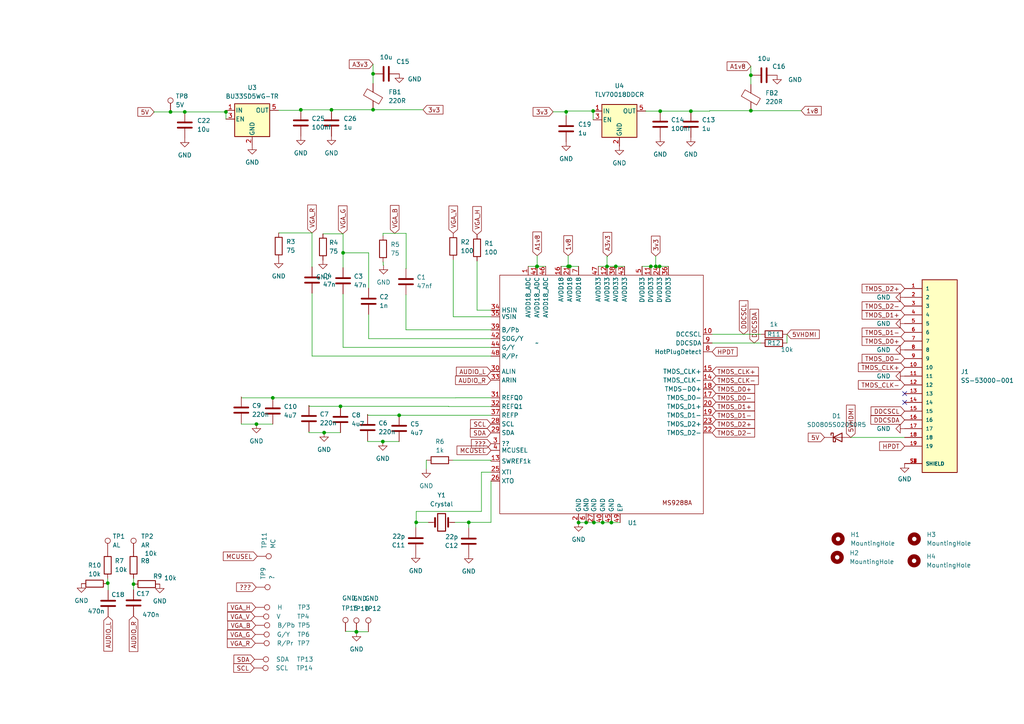
<source format=kicad_sch>
(kicad_sch (version 20231120) (generator "eeschema") (generator_version "8.0")
  (paper "A4")
  (title_block (title "LibreHDMI") (rev "1") (comment 1 "https://github.com/nold360/librehdmi.git") (comment 2 "MS9288A based VGA/YPbPr to HDMI Converter"))
  (lib_symbols
    (symbol "Connector:TestPoint" (pin_numbers hide) (pin_names (offset 0.762) hide)
      (property "Reference" "TP" (at 0 6.858 0))
      (property "Value" "TestPoint" (at 0 5.08 0))
      (symbol "TestPoint_0_1"
        (circle (center 0 3.302) (radius 0.762))
      )
      (symbol "TestPoint_1_1"
        (pin passive line (at 0 0 90) (length 2.54) (name "1") (number "1"))
      )
    )
    (symbol "Device:C" (pin_numbers hide) (pin_names (offset 0.254))
      (property "Reference" "C" (at 0.635 2.54 0))
      (property "Value" "C" (at 0.635 -2.54 0))
      (symbol "C_0_1"
        (polyline (pts (xy -2.032 -0.762) (xy 2.032 -0.762)) (stroke (width 0.508)))
        (polyline (pts (xy -2.032 0.762) (xy 2.032 0.762)) (stroke (width 0.508)))
      )
      (symbol "C_1_1"
        (pin passive line (at 0 3.81 270) (length 2.794) (name "~") (number "1"))
        (pin passive line (at 0 -3.81 90) (length 2.794) (name "~") (number "2"))
      )
    )
    (symbol "Device:Crystal" (pin_numbers hide) (pin_names (offset 1.016) hide)
      (property "Reference" "Y" (at 0 3.81 0))
      (property "Value" "Crystal" (at 0 -3.81 0))
      (symbol "Crystal_0_1"
        (rectangle (start -1.143 2.54) (end 1.143 -2.54) (stroke (width 0.3048)))
        (polyline (pts (xy -2.54 0) (xy -1.905 0)))
        (polyline (pts (xy -1.905 -1.27) (xy -1.905 1.27)) (stroke (width 0.508)))
        (polyline (pts (xy 1.905 -1.27) (xy 1.905 1.27)) (stroke (width 0.508)))
        (polyline (pts (xy 2.54 0) (xy 1.905 0)))
      )
      (symbol "Crystal_1_1"
        (pin passive line (at -3.81 0 0) (length 1.27) (name "1") (number "1"))
        (pin passive line (at 3.81 0 180) (length 1.27) (name "2") (number "2"))
      )
    )
    (symbol "Device:D_Schottky" (pin_numbers hide) (pin_names (offset 1.016) hide)
      (property "Reference" "D" (at 0 2.54 0))
      (property "Value" "D_Schottky" (at 0 -2.54 0))
      (symbol "D_Schottky_0_1"
        (polyline (pts (xy 1.27 0) (xy -1.27 0)))
        (polyline (pts (xy 1.27 1.27) (xy 1.27 -1.27) (xy -1.27 0) (xy 1.27 1.27)) (stroke (width 0.254)))
        (polyline (pts (xy -1.905 0.635) (xy -1.905 1.27) (xy -1.27 1.27) (xy -1.27 -1.27) (xy -0.635 -1.27) (xy -0.635 -0.635)) (stroke (width 0.254)))
      )
      (symbol "D_Schottky_1_1"
        (pin passive line (at -3.81 0 0) (length 2.54) (name "K") (number "1"))
        (pin passive line (at 3.81 0 180) (length 2.54) (name "A") (number "2"))
      )
    )
    (symbol "Device:FerriteBead" (pin_numbers hide) (pin_names (offset 0))
      (property "Reference" "FB" (at -3.81 0.635 90))
      (property "Value" "FerriteBead" (at 3.81 0 90))
      (symbol "FerriteBead_0_1"
        (polyline (pts (xy 0 -1.27) (xy 0 -1.2192)))
        (polyline (pts (xy 0 1.27) (xy 0 1.2954)))
        (polyline (pts (xy -2.7686 0.4064) (xy -1.7018 2.2606) (xy 2.7686 -0.3048) (xy 1.6764 -2.159) (xy -2.7686 0.4064)))
      )
      (symbol "FerriteBead_1_1"
        (pin passive line (at 0 3.81 270) (length 2.54) (name "~") (number "1"))
        (pin passive line (at 0 -3.81 90) (length 2.54) (name "~") (number "2"))
      )
    )
    (symbol "Device:R" (pin_numbers hide) (pin_names (offset 0))
      (property "Reference" "R" (at 2.032 0 90))
      (property "Value" "R" (at 0 0 90))
      (symbol "R_0_1"
        (rectangle (start -1.016 -2.54) (end 1.016 2.54) (stroke (width 0.254)))
      )
      (symbol "R_1_1"
        (pin passive line (at 0 3.81 270) (length 1.27) (name "~") (number "1"))
        (pin passive line (at 0 -3.81 90) (length 1.27) (name "~") (number "2"))
      )
    )
    (symbol "Mechanical:MountingHole" (pin_names (offset 1.016))
      (property "Reference" "H" (at 0 5.08 0))
      (property "Value" "MountingHole" (at 0 3.175 0))
      (symbol "MountingHole_0_1"
        (circle (center 0 0) (radius 1.27) (stroke (width 1.27)))
      )
    )
    (symbol "Regulator_Linear:TLV70012_SOT23-5" (pin_names (offset 0.254))
      (property "Reference" "U" (at -3.81 5.715 0))
      (property "Value" "TLV70012_SOT23-5" (at 0 5.715 0))
      (symbol "TLV70012_SOT23-5_0_1"
        (rectangle (start -5.08 4.445) (end 5.08 -5.08) (stroke (width 0.254)) (fill (type background)))
      )
      (symbol "TLV70012_SOT23-5_1_1"
        (pin power_in line (at -7.62 2.54 0) (length 2.54) (name "IN") (number "1"))
        (pin power_in line (at 0 -7.62 90) (length 2.54) (name "GND") (number "2"))
        (pin input line (at -7.62 0 0) (length 2.54) (name "EN") (number "3"))
        (pin no_connect line (at 5.08 0 180) (length 2.54) hide (name "NC") (number "4"))
        (pin power_out line (at 7.62 2.54 180) (length 2.54) (name "OUT") (number "5"))
      )
    )
    (symbol "SS-53000-001:SS-53000-001" (pin_names (offset 1.016))
      (property "Reference" "J" (at -5.08 29.21 0))
      (property "Value" "SS-53000-001" (at -5.08 -30.48 0))
      (symbol "SS-53000-001_0_0"
        (rectangle (start -5.08 -27.94) (end 5.08 27.94) (stroke (width 0.254)) (fill (type background)))
        (pin passive line (at -10.16 25.4 0) (length 5.08) (name "1") (number "1"))
        (pin passive line (at -10.16 2.54 0) (length 5.08) (name "10") (number "10"))
        (pin passive line (at -10.16 0 0) (length 5.08) (name "11") (number "11"))
        (pin passive line (at -10.16 -2.54 0) (length 5.08) (name "12") (number "12"))
        (pin passive line (at -10.16 -5.08 0) (length 5.08) (name "13") (number "13"))
        (pin passive line (at -10.16 -7.62 0) (length 5.08) (name "14") (number "14"))
        (pin passive line (at -10.16 -10.16 0) (length 5.08) (name "15") (number "15"))
        (pin passive line (at -10.16 -12.7 0) (length 5.08) (name "16") (number "16"))
        (pin passive line (at -10.16 -15.24 0) (length 5.08) (name "17") (number "17"))
        (pin passive line (at -10.16 -17.78 0) (length 5.08) (name "18") (number "18"))
        (pin passive line (at -10.16 -20.32 0) (length 5.08) (name "19") (number "19"))
        (pin passive line (at -10.16 22.86 0) (length 5.08) (name "2") (number "2"))
        (pin passive line (at -10.16 20.32 0) (length 5.08) (name "3") (number "3"))
        (pin passive line (at -10.16 17.78 0) (length 5.08) (name "4") (number "4"))
        (pin passive line (at -10.16 15.24 0) (length 5.08) (name "5") (number "5"))
        (pin passive line (at -10.16 12.7 0) (length 5.08) (name "6") (number "6"))
        (pin passive line (at -10.16 10.16 0) (length 5.08) (name "7") (number "7"))
        (pin passive line (at -10.16 7.62 0) (length 5.08) (name "8") (number "8"))
        (pin passive line (at -10.16 5.08 0) (length 5.08) (name "9") (number "9"))
        (pin passive line (at -10.16 -25.4 0) (length 5.08) (name "SHIELD") (number "S1"))
        (pin passive line (at -10.16 -25.4 0) (length 5.08) (name "SHIELD") (number "S2"))
        (pin passive line (at -10.16 -25.4 0) (length 5.08) (name "SHIELD") (number "S3"))
        (pin passive line (at -10.16 -25.4 0) (length 5.08) (name "SHIELD") (number "S4"))
      )
    )
    (symbol "nold_custom:MS9288A"
      (property "Reference" "U" (at -10.795 29.21 0))
      (symbol "MS9288A_0_1"
        (rectangle (start -28.575 34.29) (end 30.48 -34.925))
      )
      (symbol "MS9288A_1_1"
        (text "MS9288A" (at 22.86 -31.75 0) (effects (font (size 1.27 1.27))))
        (pin input line (at -20.32 36.83 270) (length 2.54) (name "AVDD18_ADC") (number "1"))
        (pin input line (at 33.02 17.145 180) (length 2.54) (name "DCCSCL") (number "10"))
        (pin input line (at 15.24 36.83 270) (length 2.54) (name "DVDD33") (number "11"))
        (pin input line (at 2.54 36.83 270) (length 2.54) (name "AVDD33") (number "12"))
        (pin input line (at -31.115 -19.685 0) (length 2.54) (name "SWREF1k") (number "13"))
        (pin output line (at 33.02 3.81 180) (length 2.54) (name "TMDS_CLK-") (number "14"))
        (pin output line (at 33.02 6.35 180) (length 2.54) (name "TMDS_CLK+") (number "15"))
        (pin input line (at -10.795 36.83 270) (length 2.54) (name "AVDD18") (number "16"))
        (pin output line (at 33.02 -1.27 180) (length 2.54) (name "TMDS_D0-") (number "17"))
        (pin output line (at 33.02 1.27 180) (length 2.54) (name "TMDS-D0+") (number "18"))
        (pin output line (at 33.02 -6.35 180) (length 2.54) (name "TMDS_D1-") (number "19"))
        (pin input line (at -5.715 -37.465 90) (length 2.54) (name "GND") (number "2"))
        (pin output line (at 33.02 -3.81 180) (length 2.54) (name "TMDS_D1+") (number "20"))
        (pin input line (at -8.255 36.83 270) (length 2.54) (name "AVDD18") (number "21"))
        (pin output line (at 33.02 -11.43 180) (length 2.54) (name "TMDS_D2-") (number "22"))
        (pin output line (at 33.02 -8.89 180) (length 2.54) (name "TMDS_D2+") (number "23"))
        (pin input line (at 17.78 36.83 270) (length 2.54) (name "DVDD33") (number "24"))
        (pin input line (at -31.115 -22.86 0) (length 2.54) (name "XTI") (number "25"))
        (pin input line (at -31.115 -25.4 0) (length 2.54) (name "XTO") (number "26"))
        (pin input line (at -1.27 -37.465 90) (length 2.54) (name "GND") (number "27"))
        (pin input line (at -31.115 -8.89 0) (length 2.54) (name "SCL") (number "28"))
        (pin input line (at -31.115 -11.43 0) (length 2.54) (name "SDA") (number "29"))
        (pin input line (at -31.115 -14.605 0) (length 2.54) (name "??") (number "3"))
        (pin input line (at -31.115 6.35 0) (length 2.54) (name "ALIN") (number "30"))
        (pin input line (at -31.115 -1.27 0) (length 2.54) (name "REFQ0") (number "31"))
        (pin input line (at -31.115 -3.81 0) (length 2.54) (name "REFQ1") (number "32"))
        (pin input line (at -31.115 3.81 0) (length 2.54) (name "ARIN") (number "33"))
        (pin input line (at -31.115 24.13 0) (length 2.54) (name "HSIN") (number "34"))
        (pin input line (at -31.115 22.225 0) (length 2.54) (name "VSIN") (number "35"))
        (pin input line (at 20.32 36.83 270) (length 2.54) (name "DVDD33") (number "36"))
        (pin input line (at -31.115 -6.35 0) (length 2.54) (name "REFP") (number "37"))
        (pin input line (at 5.08 36.83 270) (length 2.54) (name "AVDD33") (number "38"))
        (pin input line (at -31.115 18.415 0) (length 2.54) (name "B/Pb") (number "39"))
        (pin input line (at -31.115 -16.51 0) (length 2.54) (name "MCUSEL") (number "4"))
        (pin input line (at 1.27 -37.465 90) (length 2.54) (name "GND") (number "40"))
        (pin input line (at -17.78 36.83 270) (length 2.54) (name "AVDD18_ADC") (number "41"))
        (pin input line (at -31.115 15.875 0) (length 2.54) (name "SOG/Y") (number "42"))
        (pin input line (at 7.62 36.83 270) (length 2.54) (name "AVDD33") (number "43"))
        (pin input line (at -31.115 13.335 0) (length 2.54) (name "G/Y") (number "44"))
        (pin input line (at 3.81 -37.465 90) (length 2.54) (name "GND") (number "45"))
        (pin input line (at -15.24 36.83 270) (length 2.54) (name "AVDD18_ADC") (number "46"))
        (pin input line (at 0 36.83 270) (length 2.54) (name "AVDD33") (number "47"))
        (pin input line (at -31.115 10.795 0) (length 2.54) (name "R/Pr") (number "48"))
        (pin input line (at 6.35 -37.465 90) (length 2.54) (name "EP") (number "49"))
        (pin input line (at 12.7 36.83 270) (length 2.54) (name "DVDD33") (number "5"))
        (pin input line (at -3.5011 -37.4047 90) (length 2.54) (name "GND") (number "6"))
        (pin input line (at -5.715 36.83 270) (length 2.54) (name "AVDD18") (number "7"))
        (pin input line (at 33.02 12.065 180) (length 2.54) (name "HotPlugDetect") (number "8"))
        (pin input line (at 33.02 14.605 180) (length 2.54) (name "DDCSDA") (number "9"))
      )
    )
    (symbol "power:GND" (power) (pin_names (offset 0))
      (property "Value" "GND" (at 0 -3.81 0))
      (symbol "GND_0_1"
        (polyline (pts (xy 0 0) (xy 0 -1.27) (xy 1.27 -1.27) (xy 0 -2.54) (xy -1.27 -1.27) (xy 0 -1.27)))
      )
      (symbol "GND_1_1"
        (pin power_in line (at 0 0 270) (length 0) hide (name "GND") (number "1"))
      )
    )
  )
  (junction (at 200.3806 32.2326))
  (junction (at 115.7732 120.4468))
  (junction (at 155.7993 77.2668))
  (junction (at 103.378 183.261))
  (junction (at 155.743 77.2668))
  (junction (at 170.0219 151.5618))
  (junction (at 135.9564 151.511))
  (junction (at 167.808 151.5618))
  (junction (at 165.268 77.2668))
  (junction (at 217.7796 21.8186))
  (junction (at 191.303 77.2668))
  (junction (at 172.253 151.5618))
  (junction (at 31.242 169.1308))
  (junction (at 65.532 32.4612))
  (junction (at 177.333 151.5618))
  (junction (at 108.204 31.8262))
  (junction (at 38.735 169.418))
  (junction (at 164.7854 77.2668))
  (junction (at 53.594 32.4612))
  (junction (at 103.378 183.2356))
  (junction (at 191.4906 32.2326))
  (junction (at 190.1854 77.2668))
  (junction (at 164.211 32.4358))
  (junction (at 49.4515 32.4612))
  (junction (at 108.204 21.4122))
  (junction (at 176.063 77.2668))
  (junction (at 217.7796 32.1056))
  (junction (at 94.0134 125.476))
  (junction (at 87.249 31.8516))
  (junction (at 178.603 77.2668))
  (junction (at 172.0342 32.2072))
  (junction (at 99.5074 73.3319))
  (junction (at 111.0314 128.0668))
  (junction (at 79.121 115.3922))
  (junction (at 174.793 151.5618))
  (junction (at 188.763 77.2668))
  (junction (at 96.139 31.8516))
  (junction (at 120.7164 151.511))
  (junction (at 74.3792 123.0122))
  (junction (at 98.7552 117.856))
  (no_connect (at 262.382 114.173))
  (no_connect (at 262.382 116.713))
  (wire (pts (xy 160.4264 32.4358) (xy 164.211 32.4358)))
  (wire (pts (xy 115.7732 128.0668) (xy 111.0314 128.0668)))
  (wire (pts (xy 142.408 133.477) (xy 142.408 133.7818)))
  (wire (pts (xy 217.7796 19.1971) (xy 217.7796 21.8186)))
  (wire (pts (xy 111.0314 128.0668) (xy 106.6292 128.0668)))
  (wire (pts (xy 99.5074 73.3319) (xy 99.5074 67.818)))
  (wire (pts (xy 111.1504 76.962) (xy 111.2422 76.962)))
  (wire (pts (xy 142.408 103.3018) (xy 142.408 103.2764)))
  (wire (pts (xy 228.26 96.9518) (xy 228.26 99.4918)))
  (wire (pts (xy 155.7993 77.2668) (xy 158.283 77.2668)))
  (wire (pts (xy 96.139 31.8262) (xy 108.204 31.8262)))
  (wire (pts (xy 44.704 32.4612) (xy 49.4515 32.4612)))
  (wire (pts (xy 142.408 95.6818) (xy 142.408 95.6564)))
  (wire (pts (xy 111.0996 75.9968) (xy 111.1504 75.9968)))
  (wire (pts (xy 120.7164 148.336) (xy 120.7164 151.511)))
  (wire (pts (xy 135.9564 151.511) (xy 142.408 151.511)))
  (wire (pts (xy 103.378 183.134) (xy 103.378 183.2356)))
  (wire (pts (xy 87.249 32.004) (xy 87.249 31.8516)))
  (wire (pts (xy 164.211 32.4358) (xy 164.211 33.528)))
  (wire (pts (xy 106.6292 120.4468) (xy 106.6292 120.1928)))
  (wire (pts (xy 44.704 32.4612) (xy 44.704 32.5882)))
  (wire (pts (xy 155.7993 74.168) (xy 155.7993 77.2668)))
  (wire (pts (xy 155.743 77.2668) (xy 155.7993 77.2668)))
  (wire (pts (xy 176.063 74.422) (xy 176.063 77.2668)))
  (wire (pts (xy 142.408 100.7618) (xy 99.5074 100.7618)))
  (wire (pts (xy 111.0996 67.691) (xy 117.7954 67.691)))
  (wire (pts (xy 31.242 167.767) (xy 31.242 169.1308)))
  (wire (pts (xy 74.3792 123.0122) (xy 69.977 123.0122)))
  (wire (pts (xy 120.5894 151.511) (xy 120.5894 153.035)))
  (wire (pts (xy 164.7854 77.2668) (xy 165.268 77.2668)))
  (wire (pts (xy 38.735 167.767) (xy 38.735 169.418)))
  (wire (pts (xy 65.532 32.4612) (xy 65.532 34.544)))
  (wire (pts (xy 142.408 91.8718) (xy 131.4606 91.8718)))
  (wire (pts (xy 217.7796 32.1056) (xy 232.3846 32.1056)))
  (wire (pts (xy 90.4904 77.4192) (xy 90.5158 77.4192)))
  (wire (pts (xy 31.242 169.1308) (xy 31.242 169.291)))
  (wire (pts (xy 135.9564 151.511) (xy 131.8924 151.511)))
  (wire (pts (xy 200.3806 32.2326) (xy 191.4906 32.2326)))
  (wire (pts (xy 117.7954 77.8764) (xy 117.7446 77.8764)))
  (wire (pts (xy 187.2996 32.2072) (xy 187.2742 32.2072)))
  (wire (pts (xy 94.0134 125.476) (xy 89.6112 125.476)))
  (wire (pts (xy 115.7732 120.4468) (xy 106.6292 120.4468)))
  (wire (pts (xy 217.7796 21.8186) (xy 217.7796 24.4856)))
  (wire (pts (xy 142.408 98.2218) (xy 106.9242 98.2218)))
  (wire (pts (xy 31.369 171.196) (xy 31.369 169.1308)))
  (wire (pts (xy 108.204 21.4122) (xy 108.204 24.2062)))
  (wire (pts (xy 130.1144 117.9068) (xy 130.1144 117.856)))
  (wire (pts (xy 132.1464 115.3922) (xy 79.121 115.3922)))
  (wire (pts (xy 173.523 77.2668) (xy 176.063 77.2668)))
  (wire (pts (xy 108.204 18.6182) (xy 108.204 21.4122)))
  (wire (pts (xy 142.408 151.511) (xy 142.408 139.4968)))
  (wire (pts (xy 131.3844 133.477) (xy 142.408 133.477)))
  (wire (pts (xy 186.223 77.2668) (xy 188.763 77.2668)))
  (wire (pts (xy 106.9242 98.2218) (xy 106.9242 91.186)))
  (wire (pts (xy 172.0342 32.2072) (xy 172.0342 34.7472)))
  (wire (pts (xy 103.4153 183.388) (xy 103.378 183.388)))
  (wire (pts (xy 139.6394 148.336) (xy 139.6394 136.9568)))
  (wire (pts (xy 65.532 32.004) (xy 65.532 32.4612)))
  (wire (pts (xy 132.1464 115.3668) (xy 132.1464 115.3922)))
  (wire (pts (xy 139.6394 136.9568) (xy 142.408 136.9568)))
  (wire (pts (xy 176.063 77.2668) (xy 178.603 77.2668)))
  (wire (pts (xy 153.203 77.2668) (xy 155.743 77.2668)))
  (wire (pts (xy 135.9564 153.162) (xy 135.9564 151.511)))
  (wire (pts (xy 53.594 32.4612) (xy 65.532 32.4612)))
  (wire (pts (xy 142.408 89.9668) (xy 138.3694 89.9668)))
  (wire (pts (xy 98.7552 117.856) (xy 89.6112 117.856)))
  (wire (pts (xy 103.378 183.2356) (xy 103.378 183.261)))
  (wire (pts (xy 142.408 103.2764) (xy 90.5158 103.2764)))
  (wire (pts (xy 38.735 169.418) (xy 38.735 171.069)))
  (wire (pts (xy 89.6112 117.856) (xy 89.6112 117.602)))
  (wire (pts (xy 90.5158 103.2764) (xy 90.5158 85.0392)))
  (wire (pts (xy 172.253 151.5618) (xy 174.793 151.5618)))
  (wire (pts (xy 79.121 115.3922) (xy 69.977 115.3922)))
  (wire (pts (xy 130.1144 117.856) (xy 98.7552 117.856)))
  (wire (pts (xy 87.249 31.8516) (xy 96.139 31.8516)))
  (wire (pts (xy 120.7164 151.511) (xy 124.2724 151.511)))
  (wire (pts (xy 106.6292 128.0668) (xy 106.6292 127.8128)))
  (wire (pts (xy 79.121 123.0122) (xy 74.3792 123.0122)))
  (wire (pts (xy 142.408 115.3668) (xy 132.1464 115.3668)))
  (wire (pts (xy 172.253 151.5618) (xy 170.0219 151.5618)))
  (wire (pts (xy 123.6374 133.477) (xy 123.7644 133.477)))
  (wire (pts (xy 176.1793 74.295) (xy 176.1793 74.422)))
  (wire (pts (xy 164.211 32.2072) (xy 164.211 32.4358)))
  (wire (pts (xy 103.378 183.388) (xy 103.378 183.261)))
  (wire (pts (xy 69.977 123.0122) (xy 69.977 122.7582)))
  (wire (pts (xy 120.7164 151.511) (xy 120.5894 151.511)))
  (wire (pts (xy 106.9242 83.566) (xy 106.9242 73.3319)))
  (wire (pts (xy 89.6112 125.476) (xy 89.6112 125.222)))
  (wire (pts (xy 49.4515 32.4612) (xy 53.594 32.4612)))
  (wire (pts (xy 176.1793 74.422) (xy 176.063 74.422)))
  (wire (pts (xy 142.408 95.6564) (xy 117.7446 95.6564)))
  (wire (pts (xy 206.543 96.9518) (xy 220.64 96.9518)))
  (wire (pts (xy 80.772 32.004) (xy 87.249 32.004)))
  (wire (pts (xy 205.8416 32.1056) (xy 217.7796 32.1056)))
  (wire (pts (xy 191.303 77.2668) (xy 193.843 77.2668)))
  (wire (pts (xy 111.1504 75.9968) (xy 111.1504 76.962)))
  (wire (pts (xy 100.203 183.134) (xy 103.378 183.134)))
  (wire (pts (xy 142.408 117.9068) (xy 130.1144 117.9068)))
  (wire (pts (xy 164.211 32.2072) (xy 172.0342 32.2072)))
  (wire (pts (xy 178.603 77.2668) (xy 181.143 77.2668)))
  (wire (pts (xy 262.382 126.873) (xy 246.761 126.873)))
  (wire (pts (xy 188.763 77.2668) (xy 190.1854 77.2668)))
  (wire (pts (xy 217.7796 19.1971) (xy 217.7823 19.1971)))
  (wire (pts (xy 31.369 169.1308) (xy 31.242 169.1308)))
  (wire (pts (xy 117.7446 95.6564) (xy 117.7446 85.4964)))
  (wire (pts (xy 115.7732 120.4468) (xy 142.408 120.4468)))
  (wire (pts (xy 111.0996 68.3768) (xy 111.0996 67.691)))
  (wire (pts (xy 99.5074 100.7618) (xy 99.5074 85.2424)))
  (wire (pts (xy 170.0219 151.5618) (xy 170.0219 151.5015)))
  (wire (pts (xy 131.4606 91.8718) (xy 131.4606 75.2856)))
  (wire (pts (xy 190.1854 77.2668) (xy 191.303 77.2668)))
  (wire (pts (xy 177.333 151.5618) (xy 179.873 151.5618)))
  (wire (pts (xy 187.2996 32.2072) (xy 187.2996 32.2326)))
  (wire (pts (xy 162.728 77.2668) (xy 164.7854 77.2668)))
  (wire (pts (xy 123.6374 136.017) (xy 123.6374 133.477)))
  (wire (pts (xy 165.268 77.2668) (xy 167.808 77.2668)))
  (wire (pts (xy 108.204 31.8262) (xy 122.682 31.8262)))
  (wire (pts (xy 120.7164 148.336) (xy 139.6394 148.336)))
  (wire (pts (xy 206.543 99.4918) (xy 220.64 99.4918)))
  (wire (pts (xy 205.8416 32.2326) (xy 200.3806 32.2326)))
  (wire (pts (xy 174.793 151.5618) (xy 177.333 151.5618)))
  (wire (pts (xy 164.7854 74.168) (xy 164.7854 77.2668)))
  (wire (pts (xy 167.808 151.5618) (xy 170.0219 151.5618)))
  (wire (pts (xy 98.7552 125.476) (xy 94.0134 125.476)))
  (wire (pts (xy 138.3694 89.9668) (xy 138.3694 75.692)))
  (wire (pts (xy 187.2996 32.2326) (xy 191.4906 32.2326)))
  (wire (pts (xy 205.8416 32.1056) (xy 205.8416 32.2326)))
  (wire (pts (xy 117.7954 67.691) (xy 117.7954 77.8764)))
  (wire (pts (xy 99.5074 77.6224) (xy 99.5074 73.3319)))
  (wire (pts (xy 90.4904 67.564) (xy 90.4904 77.4192)))
  (wire (pts (xy 90.4904 67.564) (xy 80.8384 67.564)))
  (wire (pts (xy 96.139 31.8262) (xy 96.139 31.8516)))
  (wire (pts (xy 190.1854 74.295) (xy 190.1854 77.2668)))
  (wire (pts (xy 69.977 115.3922) (xy 69.977 115.1382)))
  (wire (pts (xy 99.5074 67.818) (xy 93.6654 67.818)))
  (wire (pts (xy 106.8324 183.2356) (xy 103.378 183.2356)))
  (wire (pts (xy 106.9242 73.3319) (xy 99.5074 73.3319)))
  (global_label "TMDS_D1+" (shape input) (at 206.543 117.9068 0) (property "Intersheetrefs" "${INTERSHEET_REFS}" (effects (hide yes))))
  (global_label "1v8" (shape input) (at 164.7854 74.168 90) (property "Intersheetrefs" "${INTERSHEET_REFS}" (effects (hide yes))))
  (global_label "???" (shape input) (at 74.295 170.307 180) (property "Intersheetrefs" "${INTERSHEET_REFS}" (effects (hide yes))))
  (global_label "TMDS_D1+" (shape input) (at 262.382 91.313 180) (property "Intersheetrefs" "${INTERSHEET_REFS}" (effects (hide yes))))
  (global_label "AUDIO_R" (shape input) (at 142.408 110.2868 180) (property "Intersheetrefs" "${INTERSHEET_REFS}" (effects (hide yes))))
  (global_label "3v3" (shape input) (at 190.1854 74.295 90) (property "Intersheetrefs" "${INTERSHEET_REFS}" (effects (hide yes))))
  (global_label "AUDIO_L" (shape input) (at 142.408 107.7468 180) (property "Intersheetrefs" "${INTERSHEET_REFS}" (effects (hide yes))))
  (global_label "TMDS_CLK-" (shape input) (at 262.382 111.633 180) (property "Intersheetrefs" "${INTERSHEET_REFS}" (effects (hide yes))))
  (global_label "MCUSEL" (shape input) (at 142.408 130.6068 180) (property "Intersheetrefs" "${INTERSHEET_REFS}" (effects (hide yes))))
  (global_label "DDCSCL" (shape input) (at 215.6881 96.9518 90) (property "Intersheetrefs" "${INTERSHEET_REFS}" (effects (hide yes))))
  (global_label "SCL" (shape input) (at 142.408 122.9868 180) (property "Intersheetrefs" "${INTERSHEET_REFS}" (effects (hide yes))))
  (global_label "???" (shape input) (at 142.408 128.7018 180) (property "Intersheetrefs" "${INTERSHEET_REFS}" (effects (hide yes))))
  (global_label "VGA_B" (shape input) (at 114.4802 67.691 90) (property "Intersheetrefs" "${INTERSHEET_REFS}" (effects (hide yes))))
  (global_label "AUDIO_R" (shape input) (at 38.735 178.689 270) (property "Intersheetrefs" "${INTERSHEET_REFS}" (effects (hide yes))))
  (global_label "TMDS_D1-" (shape input) (at 262.382 96.393 180) (property "Intersheetrefs" "${INTERSHEET_REFS}" (effects (hide yes))))
  (global_label "TMDS_D2-" (shape input) (at 262.382 88.773 180) (property "Intersheetrefs" "${INTERSHEET_REFS}" (effects (hide yes))))
  (global_label "A1v8" (shape input) (at 155.7993 74.168 90) (property "Intersheetrefs" "${INTERSHEET_REFS}" (effects (hide yes))))
  (global_label "VGA_H" (shape input) (at 138.3694 68.072 90) (property "Intersheetrefs" "${INTERSHEET_REFS}" (effects (hide yes))))
  (global_label "TMDS_CLK-" (shape input) (at 206.543 110.2868 0) (property "Intersheetrefs" "${INTERSHEET_REFS}" (effects (hide yes))))
  (global_label "VGA_R" (shape input) (at 74.041 186.563 180) (property "Intersheetrefs" "${INTERSHEET_REFS}" (effects (hide yes))))
  (global_label "VGA_G" (shape input) (at 99.4127 67.818 90) (property "Intersheetrefs" "${INTERSHEET_REFS}" (effects (hide yes))))
  (global_label "SDA" (shape input) (at 73.8378 191.2366 180) (property "Intersheetrefs" "${INTERSHEET_REFS}" (effects (hide yes))))
  (global_label "VGA_V" (shape input) (at 73.914 178.816 180) (property "Intersheetrefs" "${INTERSHEET_REFS}" (effects (hide yes))))
  (global_label "A1v8" (shape input) (at 217.7823 19.1971 180) (property "Intersheetrefs" "${INTERSHEET_REFS}" (effects (hide yes))))
  (global_label "TMDS_D1-" (shape input) (at 206.543 120.4468 0) (property "Intersheetrefs" "${INTERSHEET_REFS}" (effects (hide yes))))
  (global_label "TMDS_D0+" (shape input) (at 206.543 112.8268 0) (property "Intersheetrefs" "${INTERSHEET_REFS}" (effects (hide yes))))
  (global_label "1v8" (shape input) (at 232.3846 32.1056 0) (property "Intersheetrefs" "${INTERSHEET_REFS}" (effects (hide yes))))
  (global_label "HPDT" (shape input) (at 262.382 129.413 180) (property "Intersheetrefs" "${INTERSHEET_REFS}" (effects (hide yes))))
  (global_label "VGA_V" (shape input) (at 131.4606 67.6656 90) (property "Intersheetrefs" "${INTERSHEET_REFS}" (effects (hide yes))))
  (global_label "HPDT" (shape input) (at 206.543 102.0318 0) (property "Intersheetrefs" "${INTERSHEET_REFS}" (effects (hide yes))))
  (global_label "SDA" (shape input) (at 142.408 125.5268 180) (property "Intersheetrefs" "${INTERSHEET_REFS}" (effects (hide yes))))
  (global_label "DDCSCL" (shape input) (at 262.382 119.253 180) (property "Intersheetrefs" "${INTERSHEET_REFS}" (effects (hide yes))))
  (global_label "DDCSDA" (shape input) (at 262.382 121.793 180) (property "Intersheetrefs" "${INTERSHEET_REFS}" (effects (hide yes))))
  (global_label "TMDS_D2-" (shape input) (at 206.543 125.5268 0) (property "Intersheetrefs" "${INTERSHEET_REFS}" (effects (hide yes))))
  (global_label "TMDS_D0+" (shape input) (at 262.382 98.933 180) (property "Intersheetrefs" "${INTERSHEET_REFS}" (effects (hide yes))))
  (global_label "A3v3" (shape input) (at 176.1793 74.295 90) (property "Intersheetrefs" "${INTERSHEET_REFS}" (effects (hide yes))))
  (global_label "AUDIO_L" (shape input) (at 31.369 178.816 270) (property "Intersheetrefs" "${INTERSHEET_REFS}" (effects (hide yes))))
  (global_label "TMDS_D0-" (shape input) (at 206.543 115.3668 0) (property "Intersheetrefs" "${INTERSHEET_REFS}" (effects (hide yes))))
  (global_label "DDCSDA" (shape input) (at 218.7522 99.4918 90) (property "Intersheetrefs" "${INTERSHEET_REFS}" (effects (hide yes))))
  (global_label "5V" (shape input) (at 239.141 126.873 180) (property "Intersheetrefs" "${INTERSHEET_REFS}" (effects (hide yes))))
  (global_label "3v3" (shape input) (at 160.4264 32.4358 180) (property "Intersheetrefs" "${INTERSHEET_REFS}" (effects (hide yes))))
  (global_label "5V" (shape input) (at 44.704 32.4612 180) (property "Intersheetrefs" "${INTERSHEET_REFS}" (effects (hide yes))))
  (global_label "TMDS_D0-" (shape input) (at 262.382 104.013 180) (property "Intersheetrefs" "${INTERSHEET_REFS}" (effects (hide yes))))
  (global_label "5VHDMI" (shape input) (at 228.26 96.9518 0) (property "Intersheetrefs" "${INTERSHEET_REFS}" (effects (hide yes))))
  (global_label "VGA_B" (shape input) (at 74.168 181.356 180) (property "Intersheetrefs" "${INTERSHEET_REFS}" (effects (hide yes))))
  (global_label "TMDS_D2+" (shape input) (at 262.382 83.693 180) (property "Intersheetrefs" "${INTERSHEET_REFS}" (effects (hide yes))))
  (global_label "3v3" (shape input) (at 122.682 31.8262 0) (property "Intersheetrefs" "${INTERSHEET_REFS}" (effects (hide yes))))
  (global_label "TMDS_CLK+" (shape input) (at 262.382 106.553 180) (property "Intersheetrefs" "${INTERSHEET_REFS}" (effects (hide yes))))
  (global_label "TMDS_CLK+" (shape input) (at 206.543 107.7468 0) (property "Intersheetrefs" "${INTERSHEET_REFS}" (effects (hide yes))))
  (global_label "VGA_R" (shape input) (at 90.4904 67.564 90) (property "Intersheetrefs" "${INTERSHEET_REFS}" (effects (hide yes))))
  (global_label "TMDS_D2+" (shape input) (at 206.543 122.9868 0) (property "Intersheetrefs" "${INTERSHEET_REFS}" (effects (hide yes))))
  (global_label "5VHDMI" (shape input) (at 246.761 126.873 90) (property "Intersheetrefs" "${INTERSHEET_REFS}" (effects (hide yes))))
  (global_label "MCUSEL" (shape input) (at 74.6252 161.3408 180) (property "Intersheetrefs" "${INTERSHEET_REFS}" (effects (hide yes))))
  (global_label "VGA_H" (shape input) (at 74.168 176.149 180) (property "Intersheetrefs" "${INTERSHEET_REFS}" (effects (hide yes))))
  (global_label "VGA_G" (shape input) (at 74.041 184.023 180) (property "Intersheetrefs" "${INTERSHEET_REFS}" (effects (hide yes))))
  (global_label "A3v3" (shape input) (at 108.204 18.6182 180) (property "Intersheetrefs" "${INTERSHEET_REFS}" (effects (hide yes))))
  (global_label "SCL" (shape input) (at 73.7108 193.7512 180) (property "Intersheetrefs" "${INTERSHEET_REFS}" (effects (hide yes))))
  (symbol (lib_id "Device:R") (at 42.545 169.418 270) (unit 1)
    (property "Reference" "R9" (at 45.72 167.132 90))
    (property "Value" "10k" (at 49.403 167.64 90))
    (property "Footprint" "Resistor_SMD:R_0402_1005Metric" (effects (hide yes)))
  )
  (symbol (lib_id "Device:FerriteBead") (at 108.204 28.0162 0) (unit 1)
    (property "Reference" "FB1" (at 112.649 26.6954 0) (effects (justify left)))
    (property "Value" "220R" (at 112.649 29.2354 0) (effects (justify left)))
    (property "Footprint" "Resistor_SMD:R_0603_1608Metric" (effects (hide yes)))
  )
  (symbol (lib_id "Connector:TestPoint") (at 103.378 183.261 0) (unit 1)
    (property "Reference" "TP10" (at 102.235 176.53 0) (effects (justify left)))
    (property "Value" "GND" (at 102.362 173.609 0) (effects (justify left)))
    (property "Footprint" "000-nold-customs:CasPowerPad 2x1" (effects (hide yes)))
  )
  (symbol (lib_id "Device:C") (at 87.249 35.6616 0) (unit 1)
    (property "Reference" "C25" (at 90.3478 34.3916 0) (effects (justify left)))
    (property "Value" "100nf" (at 90.3478 36.9316 0) (effects (justify left)))
    (property "Footprint" "Capacitor_SMD:C_0402_1005Metric" (effects (hide yes)))
  )
  (symbol (lib_id "Device:C") (at 221.5896 21.8186 90) (unit 1)
    (property "Reference" "C16" (at 225.9076 19.2786 90))
    (property "Value" "10u" (at 221.5896 16.9926 90))
    (property "Footprint" "Capacitor_SMD:C_0603_1608Metric" (effects (hide yes)))
  )
  (symbol (lib_id "Device:C") (at 164.211 37.338 0) (unit 1)
    (property "Reference" "C19" (at 167.64 36.068 0) (effects (justify left)))
    (property "Value" "1u" (at 167.64 38.608 0) (effects (justify left)))
    (property "Footprint" "Capacitor_SMD:C_0402_1005Metric" (effects (hide yes)))
  )
  (symbol (lib_id "Device:FerriteBead") (at 217.7796 28.2956 0) (unit 1)
    (property "Reference" "FB2" (at 221.9706 26.9748 0) (effects (justify left)))
    (property "Value" "220R" (at 221.9706 29.5148 0) (effects (justify left)))
    (property "Footprint" "Resistor_SMD:R_0603_1608Metric" (effects (hide yes)))
  )
  (symbol (lib_id "Connector:TestPoint") (at 31.242 160.147 0) (unit 1)
    (property "Reference" "TP1" (at 32.639 155.575 0) (effects (justify left)))
    (property "Value" "AL" (at 32.639 158.115 0) (effects (justify left)))
    (property "Footprint" "000-nold-customs:CasPowerPad 2x1" (effects (hide yes)))
  )
  (symbol (lib_id "Regulator_Linear:TLV70012_SOT23-5") (at 179.6542 34.7472 0) (unit 1)
    (property "Reference" "U4" (at 179.6542 24.892 0))
    (property "Value" "TLV70018DDCR" (at 179.6542 27.432 0))
    (property "Footprint" "Package_TO_SOT_SMD:SOT-23-5" (effects (hide yes)))
    (property "Datasheet" "http://www.ti.com/lit/ds/symlink/tlv700.pdf" (effects (hide yes)))
  )
  (symbol (lib_id "Connector:TestPoint") (at 74.041 186.563 270) (unit 1)
    (property "Reference" "TP7" (at 86.233 186.563 90) (effects (justify left)))
    (property "Value" "R/Pr" (at 80.264 186.563 90) (effects (justify left)))
    (property "Footprint" "000-nold-customs:CasPowerPad 2x1" (effects (hide yes)))
  )
  (symbol (lib_id "Device:C") (at 200.3806 36.0426 0) (unit 1)
    (property "Reference" "C13" (at 203.5556 34.7726 0) (effects (justify left)))
    (property "Value" "1u" (at 203.5556 37.3126 0) (effects (justify left)))
    (property "Footprint" "Capacitor_SMD:C_0402_1005Metric" (effects (hide yes)))
  )
  (symbol (lib_id "Device:D_Schottky") (at 242.951 126.873 0) (unit 1)
    (property "Reference" "D1" (at 242.6335 120.65 0))
    (property "Value" "SD0805S020S0R5" (at 242.6335 123.19 0))
    (property "Footprint" "Diode_SMD:D_0603_1608Metric" (effects (hide yes)))
  )
  (symbol (lib_id "power:GND") (at 262.382 109.093 270) (unit 1)
    (property "Reference" "#PWR029" (effects (hide yes)))
    (property "Value" "GND" (at 258.318 109.093 90) (effects (justify right)))
  )
  (symbol (lib_id "power:GND") (at 115.824 21.4122 0) (unit 1)
    (property "Reference" "#PWR016" (effects (hide yes)))
    (property "Value" "GND" (at 120.269 22.9362 0))
  )
  (symbol (lib_id "Connector:TestPoint") (at 74.168 181.356 270) (unit 1)
    (property "Reference" "TP5" (at 86.36 181.356 90) (effects (justify left)))
    (property "Value" "B/Pb" (at 80.391 181.356 90) (effects (justify left)))
    (property "Footprint" "000-nold-customs:CasPowerPad 2x1" (effects (hide yes)))
  )
  (symbol (lib_id "Device:R") (at 127.5744 133.477 90) (unit 1)
    (property "Reference" "R6" (at 127.5744 128.0668 90))
    (property "Value" "1k" (at 127.5744 130.6068 90))
    (property "Footprint" "Resistor_SMD:R_0402_1005Metric" (effects (hide yes)))
  )
  (symbol (lib_id "Device:R") (at 138.3694 71.882 180) (unit 1)
    (property "Reference" "R1" (at 140.4693 70.612 0) (effects (justify right)))
    (property "Value" "100" (at 140.4693 73.152 0) (effects (justify right)))
    (property "Footprint" "Resistor_SMD:R_0402_1005Metric" (effects (hide yes)))
  )
  (symbol (lib_id "Device:C") (at 53.594 36.2712 0) (unit 1)
    (property "Reference" "C22" (at 57.15 35.0012 0) (effects (justify left)))
    (property "Value" "10u" (at 57.15 37.5412 0) (effects (justify left)))
    (property "Footprint" "Capacitor_SMD:C_0402_1005Metric" (effects (hide yes)))
  )
  (symbol (lib_id "power:GND") (at 135.9564 160.782 0) (unit 1)
    (property "Reference" "#PWR08" (effects (hide yes)))
    (property "Value" "GND" (at 135.9564 165.6982 0))
  )
  (symbol (lib_id "power:GND") (at 73.152 42.164 0) (unit 1)
    (property "Reference" "#PWR020" (effects (hide yes)))
    (property "Value" "GND" (at 73.152 47.0802 0))
  )
  (symbol (lib_id "Device:C") (at 117.7446 81.6864 0) (unit 1)
    (property "Reference" "C1" (at 120.8434 80.4164 0) (effects (justify left)))
    (property "Value" "47nf" (at 120.8434 82.9564 0) (effects (justify left)))
    (property "Footprint" "Capacitor_SMD:C_0402_1005Metric" (effects (hide yes)))
  )
  (symbol (lib_id "power:GND") (at 87.249 39.4716 0) (unit 1)
    (property "Reference" "#PWR025" (effects (hide yes)))
    (property "Value" "GND" (at 87.249 44.3878 0))
  )
  (symbol (lib_id "Device:R") (at 80.8384 71.374 0) (unit 1)
    (property "Reference" "R3" (at 82.9974 70.104 0) (effects (justify left)))
    (property "Value" "75" (at 82.9974 72.644 0) (effects (justify left)))
    (property "Footprint" "Resistor_SMD:R_0402_1005Metric" (effects (hide yes)))
  )
  (symbol (lib_id "power:GND") (at 225.3996 21.8186 0) (unit 1)
    (property "Reference" "#PWR017" (effects (hide yes)))
    (property "Value" "GND" (at 230.6093 23.1341 0))
  )
  (symbol (lib_id "Device:C") (at 112.014 21.4122 90) (unit 1)
    (property "Reference" "C15" (at 116.84 17.8562 90))
    (property "Value" "10u" (at 112.014 16.5862 90))
    (property "Footprint" "Capacitor_SMD:C_0603_1608Metric" (effects (hide yes)))
  )
  (symbol (lib_id "Device:R") (at 27.432 169.291 270) (unit 1)
    (property "Reference" "R10" (at 27.432 163.9536 90))
    (property "Value" "10k" (at 27.432 166.4936 90))
    (property "Footprint" "Resistor_SMD:R_0402_1005Metric" (effects (hide yes)))
  )
  (symbol (lib_id "Connector:TestPoint") (at 74.041 184.023 270) (unit 1)
    (property "Reference" "TP6" (at 86.233 184.023 90) (effects (justify left)))
    (property "Value" "G/Y" (at 80.264 184.023 90) (effects (justify left)))
    (property "Footprint" "000-nold-customs:CasPowerPad 2x1" (effects (hide yes)))
  )
  (symbol (lib_id "Regulator_Linear:TLV70012_SOT23-5") (at 73.152 34.544 0) (unit 1)
    (property "Reference" "U3" (at 73.152 25.4 0))
    (property "Value" "BU33SD5WG-TR" (at 73.152 27.94 0))
    (property "Footprint" "Package_TO_SOT_SMD:SOT-23-5" (effects (hide yes)))
    (property "Datasheet" "http://www.ti.com/lit/ds/symlink/tlv700.pdf" (effects (hide yes)))
  )
  (symbol (lib_id "power:GND") (at 93.6654 75.438 0) (unit 1)
    (property "Reference" "#PWR02" (effects (hide yes)))
    (property "Value" "GND" (at 93.6654 80.3542 0))
  )
  (symbol (lib_id "Device:R") (at 111.0996 72.1868 0) (unit 1)
    (property "Reference" "R5" (at 113.2586 70.9168 0) (effects (justify left)))
    (property "Value" "75" (at 113.2586 73.4568 0) (effects (justify left)))
    (property "Footprint" "Resistor_SMD:R_0402_1005Metric" (effects (hide yes)))
  )
  (symbol (lib_id "Connector:TestPoint") (at 73.7108 193.7512 270) (unit 1)
    (property "Reference" "TP14" (at 85.9028 193.7512 90) (effects (justify left)))
    (property "Value" "SCL" (at 79.9338 193.7512 90) (effects (justify left)))
    (property "Footprint" "000-nold-customs:CasPowerPad 2x1" (effects (hide yes)))
  )
  (symbol (lib_id "Connector:TestPoint") (at 74.6252 161.3408 270) (unit 1)
    (property "Reference" "TP11" (at 76.6572 159.1818 0) (effects (justify right)))
    (property "Value" "MC" (at 79.1972 159.1818 0) (effects (justify right)))
    (property "Footprint" "000-nold-customs:nolds-TestPoint_Pad_D1.0mm" (effects (hide yes)))
  )
  (symbol (lib_id "Connector:TestPoint") (at 73.8378 191.2366 270) (unit 1)
    (property "Reference" "TP13" (at 86.0298 191.2366 90) (effects (justify left)))
    (property "Value" "SDA" (at 80.0608 191.2366 90) (effects (justify left)))
    (property "Footprint" "000-nold-customs:CasPowerPad 2x1" (effects (hide yes)))
  )
  (symbol (lib_id "Connector:TestPoint") (at 73.914 178.816 270) (unit 1)
    (property "Reference" "TP4" (at 86.106 178.816 90) (effects (justify left)))
    (property "Value" "V" (at 80.137 178.816 90) (effects (justify left)))
    (property "Footprint" "000-nold-customs:CasPowerPad 2x1" (effects (hide yes)))
  )
  (symbol (lib_id "Device:C") (at 90.5158 81.2292 0) (unit 1)
    (property "Reference" "C4" (at 93.6146 79.9592 0) (effects (justify left)))
    (property "Value" "47n" (at 93.6146 82.4992 0) (effects (justify left)))
    (property "Footprint" "Capacitor_SMD:C_0402_1005Metric" (effects (hide yes)))
  )
  (symbol (lib_id "power:GND") (at 111.0314 128.0668 0) (unit 1)
    (property "Reference" "#PWR04" (effects (hide yes)))
    (property "Value" "GND" (at 111.0314 132.983 0))
  )
  (symbol (lib_id "Device:C") (at 120.5894 156.845 180) (unit 1)
    (property "Reference" "C11" (at 117.5414 158.115 0) (effects (justify left)))
    (property "Value" "22p" (at 117.5414 155.575 0) (effects (justify left)))
    (property "Footprint" "Capacitor_SMD:C_0402_1005Metric" (effects (hide yes)))
  )
  (symbol (lib_id "power:GND") (at 53.594 40.0812 0) (unit 1)
    (property "Reference" "#PWR021" (effects (hide yes)))
    (property "Value" "GND" (at 53.594 44.9974 0))
  )
  (symbol (lib_id "power:GND") (at 179.6542 42.3672 0) (unit 1)
    (property "Reference" "#PWR011" (effects (hide yes)))
    (property "Value" "GND" (at 179.6542 47.2834 0))
  )
  (symbol (lib_id "Device:C") (at 106.6292 124.0028 0) (unit 1)
    (property "Reference" "C6" (at 109.728 122.7328 0) (effects (justify left)))
    (property "Value" "220n" (at 109.728 125.2728 0) (effects (justify left)))
    (property "Footprint" "Capacitor_SMD:C_0402_1005Metric" (effects (hide yes)))
  )
  (symbol (lib_id "power:GND") (at 262.382 101.473 270) (unit 1)
    (property "Reference" "#PWR030" (effects (hide yes)))
    (property "Value" "GND" (at 258.318 101.473 90) (effects (justify right)))
  )
  (symbol (lib_id "Device:C") (at 96.139 35.6616 0) (unit 1)
    (property "Reference" "C26" (at 99.5934 34.3916 0) (effects (justify left)))
    (property "Value" "1u" (at 99.5934 36.9316 0) (effects (justify left)))
    (property "Footprint" "Capacitor_SMD:C_0603_1608Metric" (effects (hide yes)))
  )
  (symbol (lib_id "power:GND") (at 94.0134 125.476 0) (unit 1)
    (property "Reference" "#PWR05" (effects (hide yes)))
    (property "Value" "GND" (at 94.0134 130.3922 0))
  )
  (symbol (lib_id "Device:C") (at 79.121 119.2022 0) (unit 1)
    (property "Reference" "C10" (at 82.296 117.9322 0) (effects (justify left)))
    (property "Value" "4u7" (at 82.296 120.4722 0) (effects (justify left)))
    (property "Footprint" "Capacitor_SMD:C_0402_1005Metric" (effects (hide yes)))
  )
  (symbol (lib_id "power:GND") (at 262.382 134.493 0) (unit 1)
    (property "Reference" "#PWR034" (effects (hide yes)))
    (property "Value" "GND" (at 262.382 138.938 0))
  )
  (symbol (lib_id "Device:C") (at 135.9564 156.972 180) (unit 1)
    (property "Reference" "C12" (at 132.9084 158.242 0) (effects (justify left)))
    (property "Value" "22p" (at 132.9084 155.702 0) (effects (justify left)))
    (property "Footprint" "Capacitor_SMD:C_0402_1005Metric" (effects (hide yes)))
  )
  (symbol (lib_id "Connector:TestPoint") (at 100.203 183.134 0) (unit 1)
    (property "Reference" "TP15" (at 99.06 176.403 0) (effects (justify left)))
    (property "Value" "GND" (at 99.187 173.482 0) (effects (justify left)))
    (property "Footprint" "000-nold-customs:CasPowerPad 2x1" (effects (hide yes)))
  )
  (symbol (lib_id "power:GND") (at 74.3792 123.0122 0) (unit 1)
    (property "Reference" "#PWR06" (effects (hide yes)))
    (property "Value" "GND" (at 74.3792 127.9284 0))
  )
  (symbol (lib_id "SS-53000-001:SS-53000-001") (at 272.542 109.093 0) (unit 1)
    (property "Reference" "J1" (at 278.638 107.823 0) (effects (justify left)))
    (property "Value" "SS-53000-001" (at 278.638 110.363 0) (effects (justify left)))
    (property "Footprint" "000-symbols-footprints:STEWART_SS-53000-001" (effects (hide yes)))
    (property "Description" "HDMI Connector | Right Angle | Without Flange | -20C to 85C" (effects (hide yes)))
    (property "MF" "Stewart Connector" (effects (hide yes)))
    (property "MAXIMUM_PACKAGE_HEIGHT" "6.18 mm" (effects (hide yes)))
    (property "Package" "None" (effects (hide yes)))
    (property "Price" "None" (effects (hide yes)))
    (property "Check_prices" "https://www.snapeda.com/parts/SS-53000-001/Stewart+Connector/view-part/?ref=eda" (effects (hide yes)))
    (property "STANDARD" "Manufacturer Recommendations" (effects (hide yes)))
    (property "PARTREV" "A0" (effects (hide yes)))
    (property "SnapEDA_Link" "https://www.snapeda.com/parts/SS-53000-001/Stewart+Connector/view-part/?ref=snap" (effects (hide yes)))
    (property "MP" "SS-53000-001" (effects (hide yes)))
    (property "Purchase-URL" "https://www.snapeda.com/api/url_track_click_mouser/?unipart_id=4628816&manufacturer=Stewart Connector&part_name=SS-53000-001&search_term=hdmi connector" (effects (hide yes)))
    (property "Availability" "In Stock" (effects (hide yes)))
    (property "MANUFACTURER" "BelFuse" (effects (hide yes)))
  )
  (symbol (lib_id "Mechanical:MountingHole") (at 243.0833 156.3242 0) (unit 1)
    (property "Reference" "H1" (at 246.6393 155.0542 0) (effects (justify left)))
    (property "Value" "MountingHole" (at 246.6393 157.5942 0) (effects (justify left)))
    (property "Footprint" "MountingHole:MountingHole_2.2mm_M2" (effects (hide yes)))
  )
  (symbol (lib_id "nold_custom:MS9288A") (at 173.523 114.0968 0) (unit 1)
    (property "Reference" "U1" (at 182.0671 151.638 0) (effects (justify left)))
    (property "Value" "~" (at 155.743 99.4918 0))
    (property "Footprint" "Package_DFN_QFN:QFN-48-1EP_6x6mm_P0.4mm_EP4.2x4.2mm_ThermalVias" (effects (hide yes)))
  )
  (symbol (lib_id "power:GND") (at 123.6374 136.017 0) (unit 1)
    (property "Reference" "#PWR07" (effects (hide yes)))
    (property "Value" "GND" (at 123.6374 140.9332 0))
  )
  (symbol (lib_id "Device:R") (at 38.735 163.957 180) (unit 1)
    (property "Reference" "R8" (at 40.767 162.687 0) (effects (justify right)))
    (property "Value" "10k" (at 41.91 160.528 0) (effects (justify right)))
    (property "Footprint" "Resistor_SMD:R_0402_1005Metric" (effects (hide yes)))
  )
  (symbol (lib_id "Mechanical:MountingHole") (at 242.8293 161.6582 0) (unit 1)
    (property "Reference" "H2" (at 246.3853 160.3882 0) (effects (justify left)))
    (property "Value" "MountingHole" (at 246.3853 162.9282 0) (effects (justify left)))
    (property "Footprint" "MountingHole:MountingHole_2.2mm_M2" (effects (hide yes)))
  )
  (symbol (lib_id "Device:Crystal") (at 128.0824 151.511 180) (unit 1)
    (property "Reference" "Y1" (at 128.0824 143.637 0))
    (property "Value" "Crystal" (at 128.0824 146.177 0))
    (property "Footprint" "Crystal:Crystal_SMD_5032-2Pin_5.0x3.2mm" (effects (hide yes)))
  )
  (symbol (lib_id "power:GND") (at 262.382 124.333 270) (unit 1)
    (property "Reference" "#PWR033" (effects (hide yes)))
    (property "Value" "GND" (at 258.318 124.333 90) (effects (justify right)))
  )
  (symbol (lib_id "Device:C") (at 69.977 118.9482 0) (unit 1)
    (property "Reference" "C9" (at 73.0758 117.6782 0) (effects (justify left)))
    (property "Value" "220n" (at 73.0758 120.2182 0) (effects (justify left)))
    (property "Footprint" "Capacitor_SMD:C_0402_1005Metric" (effects (hide yes)))
  )
  (symbol (lib_id "Connector:TestPoint") (at 74.168 176.149 270) (unit 1)
    (property "Reference" "TP3" (at 86.36 176.149 90) (effects (justify left)))
    (property "Value" "H" (at 80.391 176.149 90) (effects (justify left)))
    (property "Footprint" "000-nold-customs:CasPowerPad 2x1" (effects (hide yes)))
  )
  (symbol (lib_id "Device:R") (at 224.45 96.9518 90) (unit 1)
    (property "Reference" "R11" (at 224.45 96.9518 90))
    (property "Value" "1k" (at 224.45 94.0816 90))
    (property "Footprint" "Resistor_SMD:R_0402_1005Metric" (effects (hide yes)))
  )
  (symbol (lib_id "Device:C") (at 191.4906 36.0426 0) (unit 1)
    (property "Reference" "C14" (at 194.5894 34.7726 0) (effects (justify left)))
    (property "Value" "100nf" (at 194.5894 37.3126 0) (effects (justify left)))
    (property "Footprint" "Capacitor_SMD:C_0402_1005Metric" (effects (hide yes)))
  )
  (symbol (lib_id "power:GND") (at 46.355 169.418 0) (unit 1)
    (property "Reference" "#PWR018" (effects (hide yes)))
    (property "Value" "GND" (at 46.355 174.3342 0))
  )
  (symbol (lib_id "power:GND") (at 164.211 41.148 0) (unit 1)
    (property "Reference" "#PWR014" (effects (hide yes)))
    (property "Value" "GND" (at 164.211 46.0642 0))
  )
  (symbol (lib_id "Device:R") (at 131.4606 71.4756 180) (unit 1)
    (property "Reference" "R2" (at 133.5605 70.2056 0) (effects (justify right)))
    (property "Value" "100" (at 133.5605 72.7456 0) (effects (justify right)))
    (property "Footprint" "Resistor_SMD:R_0402_1005Metric" (effects (hide yes)))
  )
  (symbol (lib_id "power:GND") (at 103.4153 183.388 0) (unit 1)
    (property "Reference" "#PWR035" (effects (hide yes)))
    (property "Value" "GND" (at 103.4153 188.3042 0))
  )
  (symbol (lib_id "power:GND") (at 167.808 151.5618 0) (unit 1)
    (property "Reference" "#PWR010" (effects (hide yes)))
    (property "Value" "GND" (at 167.808 156.478 0))
  )
  (symbol (lib_id "Device:C") (at 38.735 174.879 0) (unit 1)
    (property "Reference" "C17" (at 39.497 172.212 0) (effects (justify left)))
    (property "Value" "470n" (at 41.275 178.308 0) (effects (justify left)))
    (property "Footprint" "Capacitor_SMD:C_0402_1005Metric" (effects (hide yes)))
  )
  (symbol (lib_id "power:GND") (at 262.382 86.233 270) (unit 1)
    (property "Reference" "#PWR032" (effects (hide yes)))
    (property "Value" "GND" (at 258.318 86.233 90) (effects (justify right)))
  )
  (symbol (lib_id "power:GND") (at 96.139 39.4716 0) (unit 1)
    (property "Reference" "#PWR026" (effects (hide yes)))
    (property "Value" "GND" (at 96.139 44.3878 0))
  )
  (symbol (lib_id "Connector:TestPoint") (at 74.295 170.307 270) (unit 1)
    (property "Reference" "TP9" (at 76.327 168.1269 0) (effects (justify right)))
    (property "Value" "?" (at 78.867 168.1269 0) (effects (justify right)))
    (property "Footprint" "000-nold-customs:nolds-TestPoint_Pad_D1.0mm" (effects (hide yes)))
  )
  (symbol (lib_id "Device:C") (at 99.5074 81.4324 0) (unit 1)
    (property "Reference" "C3" (at 102.6062 80.1624 0) (effects (justify left)))
    (property "Value" "47n" (at 102.6062 82.7024 0) (effects (justify left)))
    (property "Footprint" "Capacitor_SMD:C_0402_1005Metric" (effects (hide yes)))
  )
  (symbol (lib_id "Connector:TestPoint") (at 49.4515 32.4612 0) (unit 1)
    (property "Reference" "TP8" (at 50.927 27.8892 0) (effects (justify left)))
    (property "Value" "5V" (at 50.927 30.4292 0) (effects (justify left)))
    (property "Footprint" "000-nold-customs:CasPowerPad 2x1" (effects (hide yes)))
  )
  (symbol (lib_id "Device:C") (at 31.369 175.006 0) (unit 1)
    (property "Reference" "C18" (at 32.258 172.466 0) (effects (justify left)))
    (property "Value" "470n" (at 25.4 177.292 0) (effects (justify left)))
    (property "Footprint" "Capacitor_SMD:C_0402_1005Metric" (effects (hide yes)))
  )
  (symbol (lib_id "Device:R") (at 93.6654 71.628 0) (unit 1)
    (property "Reference" "R4" (at 95.4434 70.358 0) (effects (justify left)))
    (property "Value" "75" (at 95.4434 72.898 0) (effects (justify left)))
    (property "Footprint" "Resistor_SMD:R_0402_1005Metric" (effects (hide yes)))
  )
  (symbol (lib_id "Device:C") (at 115.7732 124.2568 0) (unit 1)
    (property "Reference" "C5" (at 118.9482 122.9868 0) (effects (justify left)))
    (property "Value" "4u7" (at 118.9482 125.5268 0) (effects (justify left)))
    (property "Footprint" "Capacitor_SMD:C_0402_1005Metric" (effects (hide yes)))
  )
  (symbol (lib_id "power:GND") (at 23.622 169.291 0) (unit 1)
    (property "Reference" "#PWR019" (effects (hide yes)))
    (property "Value" "GND" (at 23.622 174.2072 0))
  )
  (symbol (lib_id "Device:R") (at 224.45 99.4918 90) (unit 1)
    (property "Reference" "R12" (at 224.45 99.4918 90))
    (property "Value" "10k" (at 228.26 101.3968 90))
    (property "Footprint" "Resistor_SMD:R_0402_1005Metric" (effects (hide yes)))
  )
  (symbol (lib_id "power:GND") (at 262.382 93.853 270) (unit 1)
    (property "Reference" "#PWR031" (effects (hide yes)))
    (property "Value" "GND" (at 258.318 93.853 90) (effects (justify right)))
  )
  (symbol (lib_id "Device:C") (at 106.9242 87.376 0) (unit 1)
    (property "Reference" "C2" (at 110.023 86.106 0) (effects (justify left)))
    (property "Value" "1n" (at 110.023 88.646 0) (effects (justify left)))
    (property "Footprint" "Capacitor_SMD:C_0402_1005Metric" (effects (hide yes)))
  )
  (symbol (lib_id "power:GND") (at 191.4906 39.8526 0) (unit 1)
    (property "Reference" "#PWR012" (effects (hide yes)))
    (property "Value" "GND" (at 191.4906 44.7688 0))
  )
  (symbol (lib_id "power:GND") (at 200.3806 39.8526 0) (unit 1)
    (property "Reference" "#PWR013" (effects (hide yes)))
    (property "Value" "GND" (at 200.3806 44.7688 0))
  )
  (symbol (lib_id "Mechanical:MountingHole") (at 265.1813 156.3242 0) (unit 1)
    (property "Reference" "H3" (at 268.7373 155.0542 0) (effects (justify left)))
    (property "Value" "MountingHole" (at 268.7373 157.5942 0) (effects (justify left)))
    (property "Footprint" "MountingHole:MountingHole_2.2mm_M2" (effects (hide yes)))
  )
  (symbol (lib_id "Device:C") (at 89.6112 121.412 0) (unit 1)
    (property "Reference" "C7" (at 92.71 120.142 0) (effects (justify left)))
    (property "Value" "220n" (at 92.71 122.682 0) (effects (justify left)))
    (property "Footprint" "Capacitor_SMD:C_0402_1005Metric" (effects (hide yes)))
  )
  (symbol (lib_id "Device:R") (at 31.242 163.957 180) (unit 1)
    (property "Reference" "R7" (at 33.274 162.687 0) (effects (justify right)))
    (property "Value" "10k" (at 33.274 165.227 0) (effects (justify right)))
    (property "Footprint" "Resistor_SMD:R_0402_1005Metric" (effects (hide yes)))
  )
  (symbol (lib_id "power:GND") (at 80.8384 75.184 0) (unit 1)
    (property "Reference" "#PWR01" (effects (hide yes)))
    (property "Value" "GND" (at 80.8384 80.1002 0))
  )
  (symbol (lib_id "Device:C") (at 98.7552 121.666 0) (unit 1)
    (property "Reference" "C8" (at 101.9302 120.396 0) (effects (justify left)))
    (property "Value" "4u7" (at 101.9302 122.936 0) (effects (justify left)))
    (property "Footprint" "Capacitor_SMD:C_0402_1005Metric" (effects (hide yes)))
  )
  (symbol (lib_id "Connector:TestPoint") (at 38.735 160.147 0) (unit 1)
    (property "Reference" "TP2" (at 40.894 155.575 0) (effects (justify left)))
    (property "Value" "AR" (at 40.894 158.115 0) (effects (justify left)))
    (property "Footprint" "000-nold-customs:CasPowerPad 2x1" (effects (hide yes)))
  )
  (symbol (lib_id "power:GND") (at 120.5894 160.655 0) (unit 1)
    (property "Reference" "#PWR09" (effects (hide yes)))
    (property "Value" "GND" (at 120.5894 165.5712 0))
  )
  (symbol (lib_id "Mechanical:MountingHole") (at 265.1252 162.6616 0) (unit 1)
    (property "Reference" "H4" (at 268.6812 161.3916 0) (effects (justify left)))
    (property "Value" "MountingHole" (at 268.6812 163.9316 0) (effects (justify left)))
    (property "Footprint" "MountingHole:MountingHole_2.2mm_M2" (effects (hide yes)))
  )
  (symbol (lib_id "Connector:TestPoint") (at 106.8324 183.2356 0) (unit 1)
    (property "Reference" "TP12" (at 105.6894 176.5046 0) (effects (justify left)))
    (property "Value" "GND" (at 105.8164 173.5836 0) (effects (justify left)))
    (property "Footprint" "000-nold-customs:CasPowerPad 2x1" (effects (hide yes)))
  )
  (symbol (lib_id "power:GND") (at 111.2422 76.962 0) (unit 1)
    (property "Reference" "#PWR03" (effects (hide yes)))
    (property "Value" "GND" (at 111.2422 81.8782 0))
  )
)
</source>
